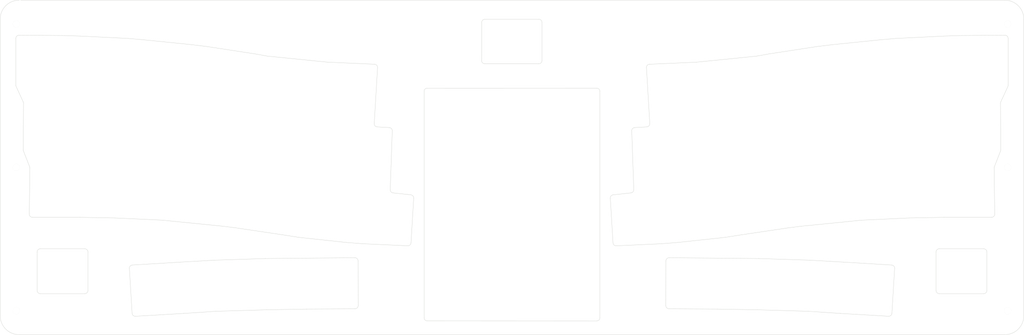
<source format=kicad_pcb>
(kicad_pcb (version 20241229) (generator "pcbnew") (generator_version "9.0")
  (layers (0 "F.Cu" signal) (2 "B.Cu" signal) (13 "F.Paste" user) (15 "B.Paste" user) (5 "F.SilkS" user "F.Silkscreen") (7 "B.SilkS" user "B.Silkscreen") (1 "F.Mask" user) (3 "B.Mask" user) (25 "Edge.Cuts" user))
  (net 0 "")
  (footprint "kbd_Hole:m2_Screw_Hole_EdgeCuts" (layer "F.Cu") (at 30.15 80.6)
    (property "Reference" "J3" (hide yes))
    (property "Value" "Conn_01x01" (hide yes))
    (fp_circle (center 0 0) (end 1.1 0) (stroke (width 0.01)) (fill no) (layer "Edge.Cuts"))
  )
  (footprint "kbd_Hole:m2_Screw_Hole_EdgeCuts" (layer "F.Cu") (at 30.15 125.7)
    (property "Reference" "J4" (hide yes))
    (property "Value" "Conn_01x01" (hide yes))
    (fp_circle (center 0 0) (end 1.1 0) (stroke (width 0.01)) (fill no) (layer "Edge.Cuts"))
  )
  (footprint "kbd_Hole:m2_Screw_Hole_EdgeCuts" (layer "F.Cu") (at 341.9 35.5)
    (property "Reference" "J5" (hide yes))
    (property "Value" "Conn_01x01" (hide yes))
    (fp_circle (center 0 0) (end 1.1 0) (stroke (width 0.01)) (fill no) (layer "Edge.Cuts"))
  )
  (footprint "kbd_Hole:m2_Screw_Hole_EdgeCuts" (layer "F.Cu") (at 341.9 125.7)
    (property "Reference" "J7" (hide yes))
    (property "Value" "Conn_01x01" (hide yes))
    (fp_circle (center 0 0) (end 1.1 0) (stroke (width 0.01)) (fill no) (layer "Edge.Cuts"))
  )
  (footprint "kbd_Hole:m2_Screw_Hole_EdgeCuts" (layer "F.Cu") (at 341.9 80.6)
    (property "Reference" "J3" (hide yes))
    (property "Value" "Conn_01x01" (hide yes))
    (fp_circle (center 0 0) (end 1.1 0) (stroke (width 0.01)) (fill no) (layer "Edge.Cuts"))
  )
  (footprint "kbd_Hole:m2_Screw_Hole_EdgeCuts" (layer "F.Cu") (at 30.15 35.5)
    (property "Reference" "Ref**" (hide yes))
    (property "Value" "Val**" (hide yes))
    (fp_circle (center 0 0) (end 1.1 0) (stroke (width 0.01)) (fill no) (layer "Edge.Cuts"))
  )
  (gr_arc (start 319.381389 107.2) (mid 319.674282 106.492889) (end 320.381389 106.2) (stroke (width 0.1)) (layer "Edge.Cuts"))
  (gr_line (start 341.957959 55.199421) (end 339.743503 59.99741) (stroke (width 0.1)) (layer "Edge.Cuts"))
  (gr_arc (start 159.378163 128.872885) (mid 158.671362 128.579825) (end 158.378636 127.872885) (stroke (width 0.1)) (layer "Edge.Cuts"))
  (gr_line (start 253.05 102.6) (end 238.15 104.2) (stroke (width 0.1)) (layer "Edge.Cuts"))
  (gr_line (start 229.354686 66.798366) (end 228.30927 49.211309) (stroke (width 0.1)) (layer "Edge.Cuts"))
  (gr_arc (start 195.45714 46.993984) (mid 195.164255 47.701115) (end 194.45714 47.993984) (stroke (width 0.1)) (layer "Edge.Cuts"))
  (gr_line (start 45.4 39.131883) (end 31.008564 39.008637) (stroke (width 0.1)) (layer "Edge.Cuts"))
  (gr_arc (start 37.668611 120.3) (mid 36.961504 120.007107) (end 36.668611 119.3) (stroke (width 0.1)) (layer "Edge.Cuts"))
  (gr_line (start 337.652486 80.795146) (end 337.837099 95.287262) (stroke (width 0.1)) (layer "Edge.Cuts"))
  (gr_arc (start 250.629368 125.15895) (mid 250.635103 125.159001) (end 250.640837 125.159085) (stroke (width 0.1)) (layer "Edge.Cuts"))
  (gr_line (start 335.381389 107.2) (end 335.381389 119.3) (stroke (width 0.1)) (layer "Edge.Cuts"))
  (gr_line (start 67.601326 127.411235) (end 82.721856 126.527368) (stroke (width 0.1)) (layer "Edge.Cuts"))
  (gr_line (start 65.688799 112.360259) (end 66.544805 126.473481) (stroke (width 0.1)) (layer "Edge.Cuts"))
  (gr_line (start 262.95 45.6) (end 266.85 44.9) (stroke (width 0.1)) (layer "Edge.Cuts"))
  (gr_arc (start 305.423438 111.301543) (mid 306.111621 111.636652) (end 306.361201 112.360259) (stroke (width 0.1)) (layer "Edge.Cuts"))
  (gr_line (start 177.509992 33.993984) (end 194.45714 33.993984) (stroke (width 0.1)) (layer "Edge.Cuts"))
  (gr_arc (start 81.668191 110.391326) (mid 81.669922 110.391223) (end 81.671653 110.391122) (stroke (width 0.1)) (layer "Edge.Cuts"))
  (gr_line (start 85.3 42) (end 70.4 40.486829) (stroke (width 0.1)) (layer "Edge.Cuts"))
  (gr_line (start 224.323234 87.589196) (end 223.683405 69.102367) (stroke (width 0.1)) (layer "Edge.Cuts"))
  (gr_arc (start 136.607187 109.006767) (mid 137.319426 109.295871) (end 137.616081 110.005002) (stroke (width 0.1)) (layer "Edge.Cuts"))
  (gr_line (start 279.184512 125.849939) (end 263.141323 125.377891) (stroke (width 0.1)) (layer "Edge.Cuts"))
  (gr_line (start 65.3 40.038663) (end 50.3 39.3) (stroke (width 0.1)) (layer "Edge.Cuts"))
  (gr_arc (start 234.433919 110.005002) (mid 234.73057 109.29587) (end 235.442813 109.006767) (stroke (width 0.1)) (layer "Edge.Cuts"))
  (gr_line (start 334.381389 120.3) (end 320.381389 120.3) (stroke (width 0.1)) (layer "Edge.Cuts"))
  (gr_line (start 142.786627 48.155162) (end 128 47.5) (stroke (width 0.1)) (layer "Edge.Cuts"))
  (gr_arc (start 339.651485 60.423121) (mid 339.674031 60.205195) (end 339.743503 59.99741) (stroke (width 0.1)) (layer "Edge.Cuts"))
  (gr_line (start 217.787543 104.319422) (end 216.942762 90.275675) (stroke (width 0.1)) (layer "Edge.Cuts"))
  (gr_arc (start 279.184512 125.849939) (mid 279.203168 125.850662) (end 279.221808 125.851734) (stroke (width 0.1)) (layer "Edge.Cuts"))
  (gr_arc (start 263.598638 109.257264) (mid 263.610479 109.257439) (end 263.622317 109.257755) (stroke (width 0.1)) (layer "Edge.Cuts"))
  (gr_line (start 142.695314 66.798366) (end 143.74073 49.211309) (stroke (width 0.1)) (layer "Edge.Cuts"))
  (gr_arc (start 34.328928 80.418239) (mid 34.381432 80.603378) (end 34.397514 80.795146) (stroke (width 0.1)) (layer "Edge.Cuts"))
  (gr_line (start 306.361201 112.360259) (end 305.505195 126.473481) (stroke (width 0.1)) (layer "Edge.Cuts"))
  (gr_line (start 339.651485 60.423121) (end 339.748722 75.037426) (stroke (width 0.1)) (layer "Edge.Cuts"))
  (gr_line (start 279.698382 109.782006) (end 290.378347 110.391122) (stroke (width 0.1)) (layer "Edge.Cuts"))
  (gr_arc (start 30 40.008601) (mid 30.295927 39.298472) (end 31.008564 39.008637) (stroke (width 0.1)) (layer "Edge.Cuts"))
  (gr_line (start 195.45714 34.993984) (end 195.45714 46.993984) (stroke (width 0.1)) (layer "Edge.Cuts"))
  (gr_arc (start 218.831524 105.254798) (mid 218.118216 105.000647) (end 217.787543 104.319422) (stroke (width 0.1)) (layer "Edge.Cuts"))
  (gr_line (start 108.920593 125.377612) (end 121.409163 125.159085) (stroke (width 0.1)) (layer "Edge.Cuts"))
  (gr_line (start 31.5 28) (end 341 28) (stroke (width 0.1)) (layer "Edge.Cuts"))
  (gr_line (start 159.38218 55.682235) (end 212.6732 55.667538) (stroke (width 0.1)) (layer "Edge.Cuts"))
  (gr_arc (start 347 127.2) (mid 345.242641 131.442641) (end 341 133.2) (stroke (width 0.1)) (layer "Edge.Cuts"))
  (gr_arc (start 212.6732 55.667538) (mid 213.380289 55.960437) (end 213.6732 56.667538) (stroke (width 0.1)) (layer "Edge.Cuts"))
  (gr_line (start 61.1 96.5) (end 76.2 97.2) (stroke (width 0.1)) (layer "Edge.Cuts"))
  (gr_arc (start 67.601326 127.411235) (mid 66.879151 127.160832) (end 66.544805 126.473481) (stroke (width 0.1)) (layer "Edge.Cuts"))
  (gr_arc (start 92.351618 109.782006) (mid 92.363798 109.781387) (end 92.375984 109.780915) (stroke (width 0.1)) (layer "Edge.Cuts"))
  (gr_line (start 213.6732 56.667538) (end 213.6732 127.882947) (stroke (width 0.1)) (layer "Edge.Cuts"))
  (gr_arc (start 235.403638 125.067199) (mid 234.699839 124.771568) (end 234.409666 124.065492) (stroke (width 0.1)) (layer "Edge.Cuts"))
  (gr_line (start 139 104.6) (end 153.218476 105.254798) (stroke (width 0.1)) (layer "Edge.Cuts"))
  (gr_arc (start 337.837099 95.287262) (mid 337.548775 96.002582) (end 336.83718 96.3) (stroke (width 0.1)) (layer "Edge.Cuts"))
  (gr_arc (start 154.216762 89.221449) (mid 154.872927 89.570384) (end 155.107238 90.275675) (stroke (width 0.1)) (layer "Edge.Cuts"))
  (gr_line (start 37.668611 120.3) (end 51.668611 120.3) (stroke (width 0.1)) (layer "Edge.Cuts"))
  (gr_arc (start 32.369923 75.408248) (mid 32.317965 75.226101) (end 32.301278 75.037426) (stroke (width 0.1)) (layer "Edge.Cuts"))
  (gr_line (start 147.423426 68.06936) (end 143.63732 67.856121) (stroke (width 0.1)) (layer "Edge.Cuts"))
  (gr_arc (start 35.21282 96.3) (mid 34.501211 96.002596) (end 34.212901 95.287262) (stroke (width 0.1)) (layer "Edge.Cuts"))
  (gr_line (start 281.85 42.6) (end 286.75 42) (stroke (width 0.1)) (layer "Edge.Cuts"))
  (gr_arc (start 147.423426 68.06936) (mid 148.105696 68.393509) (end 148.366595 69.102367) (stroke (width 0.1)) (layer "Edge.Cuts"))
  (gr_line (start 37.668611 106.2) (end 51.668611 106.2) (stroke (width 0.1)) (layer "Edge.Cuts"))
  (gr_line (start 109.1 45.6) (end 105.2 44.9) (stroke (width 0.1)) (layer "Edge.Cuts"))
  (gr_line (start 99.1 99.6) (end 113.9 101.8) (stroke (width 0.1)) (layer "Edge.Cuts"))
  (gr_line (start 319.381389 119.3) (end 319.381389 107.2) (stroke (width 0.1)) (layer "Edge.Cuts"))
  (gr_line (start 326.65 39.131883) (end 341.041436 39.008637) (stroke (width 0.1)) (layer "Edge.Cuts"))
  (gr_arc (start 142.786627 48.155162) (mid 143.4844 48.483825) (end 143.74073 49.211309) (stroke (width 0.1)) (layer "Edge.Cuts"))
  (gr_line (start 289.319792 126.526845) (end 279.221808 125.851734) (stroke (width 0.1)) (layer "Edge.Cuts"))
  (gr_line (start 295.85 97.2) (end 291.95 97.6) (stroke (width 0.1)) (layer "Edge.Cuts"))
  (gr_arc (start 335.381389 119.3) (mid 335.088495 120.007103) (end 334.381389 120.3) (stroke (width 0.1)) (layer "Edge.Cuts"))
  (gr_line (start 290.381809 110.391326) (end 305.423438 111.301543) (stroke (width 0.1)) (layer "Edge.Cuts"))
  (gr_line (start 113.9 101.8) (end 119 102.6) (stroke (width 0.1)) (layer "Edge.Cuts"))
  (gr_line (start 234.409666 124.065492) (end 234.433919 110.005002) (stroke (width 0.1)) (layer "Edge.Cuts"))
  (gr_line (start 159.378163 128.872885) (end 212.672736 128.897644) (stroke (width 0.1)) (layer "Edge.Cuts"))
  (gr_arc (start 216.942762 90.275675) (mid 217.177005 89.570346) (end 217.833238 89.221449) (stroke (width 0.1)) (layer "Edge.Cuts"))
  (gr_line (start 128 47.5) (end 124 47.1) (stroke (width 0.1)) (layer "Edge.Cuts"))
  (gr_line (start 238.15 104.2) (end 233.05 104.6) (stroke (width 0.1)) (layer "Edge.Cuts"))
  (gr_line (start 266.85 44.9) (end 281.85 42.6) (stroke (width 0.1)) (layer "Edge.Cuts"))
  (gr_line (start 233.05 104.6) (end 218.831524 105.254798) (stroke (width 0.1)) (layer "Edge.Cuts"))
  (gr_line (start 92.351618 109.782006) (end 81.671653 110.391122) (stroke (width 0.1)) (layer "Edge.Cuts"))
  (gr_line (start 301.65 40.486829) (end 306.75 40.038663) (stroke (width 0.1)) (layer "Edge.Cuts"))
  (gr_arc (start 339.748722 75.037426) (mid 339.732033 75.226102) (end 339.680077 75.408248) (stroke (width 0.1)) (layer "Edge.Cuts"))
  (gr_line (start 347 127.2) (end 347 34) (stroke (width 0.1)) (layer "Edge.Cuts"))
  (gr_line (start 136.607187 109.006767) (end 108.451362 109.257264) (stroke (width 0.1)) (layer "Edge.Cuts"))
  (gr_arc (start 305.505195 126.473481) (mid 305.170841 127.160824) (end 304.448674 127.411235) (stroke (width 0.1)) (layer "Edge.Cuts"))
  (gr_line (start 108.427683 109.257755) (end 92.375984 109.780915) (stroke (width 0.1)) (layer "Edge.Cuts"))
  (gr_arc (start 65.688799 112.360259) (mid 65.938383 111.636643) (end 66.626562 111.301543) (stroke (width 0.1)) (layer "Edge.Cuts"))
  (gr_arc (start 224.323234 87.589196) (mid 224.07938 88.279117) (end 223.430976 88.618263) (stroke (width 0.1)) (layer "Edge.Cuts"))
  (gr_line (start 31.05 133.2) (end 341 133.2) (stroke (width 0.1)) (layer "Edge.Cuts"))
  (gr_arc (start 32.306497 59.99741) (mid 32.375962 60.205195) (end 32.398515 60.423121) (stroke (width 0.1)) (layer "Edge.Cuts"))
  (gr_line (start 81.668191 110.391326) (end 66.626562 111.301543) (stroke (width 0.1)) (layer "Edge.Cuts"))
  (gr_arc (start 229.354686 66.798366) (mid 229.103235 67.522781) (end 228.41268 67.856121) (stroke (width 0.1)) (layer "Edge.Cuts"))
  (gr_arc (start 51.668611 106.2) (mid 52.375711 106.492897) (end 52.668611 107.2) (stroke (width 0.1)) (layer "Edge.Cuts"))
  (gr_line (start 99.1 99.6) (end 95.1 99.1) (stroke (width 0.1)) (layer "Edge.Cuts"))
  (gr_line (start 291.95 97.6) (end 276.95 99.1) (stroke (width 0.1)) (layer "Edge.Cuts"))
  (gr_line (start 76.2 97.2) (end 80.1 97.6) (stroke (width 0.1)) (layer "Edge.Cuts"))
  (gr_line (start 121.420632 125.15895) (end 136.646362 125.067199) (stroke (width 0.1)) (layer "Edge.Cuts"))
  (gr_arc (start 228.30927 49.211309) (mid 228.565567 48.483823) (end 229.263373 48.155162) (stroke (width 0.1)) (layer "Edge.Cuts"))
  (gr_arc (start 121.409163 125.159085) (mid 121.414897 125.159001) (end 121.420632 125.15895) (stroke (width 0.1)) (layer "Edge.Cuts"))
  (gr_line (start 30.092041 55.199421) (end 32.306497 59.99741) (stroke (width 0.1)) (layer "Edge.Cuts"))
  (gr_arc (start 137.640334 124.065492) (mid 137.350178 124.771578) (end 136.646362 125.067199) (stroke (width 0.1)) (layer "Edge.Cuts"))
  (gr_line (start 304.448674 127.411235) (end 289.328144 126.527368) (stroke (width 0.1)) (layer "Edge.Cuts"))
  (gr_line (start 154.262457 104.319422) (end 155.107238 90.275675) (stroke (width 0.1)) (layer "Edge.Cuts"))
  (gr_arc (start 148.619024 88.618263) (mid 147.970633 88.279106) (end 147.726766 87.589196) (stroke (width 0.1)) (layer "Edge.Cuts"))
  (gr_arc (start 108.427683 109.257755) (mid 108.439521 109.257439) (end 108.451362 109.257264) (stroke (width 0.1)) (layer "Edge.Cuts"))
  (gr_line (start 342.05 40.008601) (end 342.05 54.780363) (stroke (width 0.1)) (layer "Edge.Cuts"))
  (gr_line (start 92.865488 125.849939) (end 108.908677 125.377891) (stroke (width 0.1)) (layer "Edge.Cuts"))
  (gr_arc (start 30.092041 55.199421) (mid 30.023289 54.994885) (end 30 54.780363) (stroke (width 0.1)) (layer "Edge.Cuts"))
  (gr_arc (start 320.381389 120.3) (mid 319.674289 120.007103) (end 319.381389 119.3) (stroke (width 0.1)) (layer "Edge.Cuts"))
  (gr_arc (start 342.05 54.780363) (mid 342.026712 54.994885) (end 341.957959 55.199421) (stroke (width 0.1)) (layer "Edge.Cuts"))
  (gr_line (start 244.05 47.5) (end 248.05 47.1) (stroke (width 0.1)) (layer "Edge.Cuts"))
  (gr_arc (start 82.730208 126.526845) (mid 82.726033 126.527115) (end 82.721856 126.527368) (stroke (width 0.1)) (layer "Edge.Cuts"))
  (gr_arc (start 158.378636 56.667532) (mid 158.672774 55.959165) (end 159.38218 55.667538) (stroke (width 0.1)) (layer "Edge.Cuts"))
  (gr_arc (start 92.828192 125.851734) (mid 92.846832 125.850662) (end 92.865488 125.849939) (stroke (width 0.1)) (layer "Edge.Cuts"))
  (gr_line (start 176.509998 34.99052) (end 176.468435 46.99052) (stroke (width 0.1)) (layer "Edge.Cuts"))
  (gr_line (start 82.730208 126.526845) (end 92.828192 125.851734) (stroke (width 0.1)) (layer "Edge.Cuts"))
  (gr_line (start 258.15 101.8) (end 253.05 102.6) (stroke (width 0.1)) (layer "Edge.Cuts"))
  (gr_line (start 306.75 40.038663) (end 321.75 39.3) (stroke (width 0.1)) (layer "Edge.Cuts"))
  (gr_line (start 334.381389 106.2) (end 320.381389 106.2) (stroke (width 0.1)) (layer "Edge.Cuts"))
  (gr_line (start 250.629368 125.15895) (end 235.403638 125.067199) (stroke (width 0.1)) (layer "Edge.Cuts"))
  (gr_line (start 263.622317 109.257755) (end 279.674016 109.780915) (stroke (width 0.1)) (layer "Edge.Cuts"))
  (gr_arc (start 263.129407 125.377612) (mid 263.135365 125.377733) (end 263.141323 125.377891) (stroke (width 0.1)) (layer "Edge.Cuts"))
  (gr_line (start 248.05 47.1) (end 262.95 45.6) (stroke (width 0.1)) (layer "Edge.Cuts"))
  (gr_arc (start 223.683405 69.102367) (mid 223.94432 68.393497) (end 224.626574 68.06936) (stroke (width 0.1)) (layer "Edge.Cuts"))
  (gr_line (start 70.4 40.486829) (end 65.3 40.038663) (stroke (width 0.1)) (layer "Edge.Cuts"))
  (gr_line (start 336.83718 96.3) (end 321.85 96.3) (stroke (width 0.1)) (layer "Edge.Cuts"))
  (gr_line (start 124 47.1) (end 109.1 45.6) (stroke (width 0.1)) (layer "Edge.Cuts"))
  (gr_line (start 34.397514 80.795146) (end 34.212901 95.287262) (stroke (width 0.1)) (layer "Edge.Cuts"))
  (gr_line (start 50.3 39.3) (end 45.4 39.131883) (stroke (width 0.1)) (layer "Edge.Cuts"))
  (gr_arc (start 177.468429 47.993984) (mid 176.760099 47.699865) (end 176.468435 46.99052) (stroke (width 0.1)) (layer "Edge.Cuts"))
  (gr_line (start 272.95 99.6) (end 276.95 99.1) (stroke (width 0.1)) (layer "Edge.Cuts"))
  (gr_arc (start 337.652486 80.795146) (mid 337.668563 80.603378) (end 337.721072 80.418239) (stroke (width 0.1)) (layer "Edge.Cuts"))
  (gr_arc (start 31.05 133.2) (mid 26.807359 131.442641) (end 25.05 127.2) (stroke (width 0.1)) (layer "Edge.Cuts"))
  (gr_line (start 224.626574 68.06936) (end 228.41268 67.856121) (stroke (width 0.1)) (layer "Edge.Cuts"))
  (gr_line (start 263.129407 125.377612) (end 250.640837 125.159085) (stroke (width 0.1)) (layer "Edge.Cuts"))
  (gr_arc (start 334.381389 106.2) (mid 335.088503 106.492889) (end 335.381389 107.2) (stroke (width 0.1)) (layer "Edge.Cuts"))
  (gr_arc (start 194.45714 33.993984) (mid 195.164247 34.286877) (end 195.45714 34.993984) (stroke (width 0.1)) (layer "Edge.Cuts"))
  (gr_line (start 30 40.008601) (end 30 54.780363) (stroke (width 0.1)) (layer "Edge.Cuts"))
  (gr_arc (start 176.509998 34.99052) (mid 176.804116 34.285661) (end 177.509992 33.993984) (stroke (width 0.1)) (layer "Edge.Cuts"))
  (gr_arc (start 341.041436 39.008637) (mid 341.754073 39.298472) (end 342.05 40.008601) (stroke (width 0.1)) (layer "Edge.Cuts"))
  (gr_arc (start 289.328144 126.527368) (mid 289.323967 126.527115) (end 289.319792 126.526845) (stroke (width 0.1)) (layer "Edge.Cuts"))
  (gr_line (start 80.1 97.6) (end 95.1 99.1) (stroke (width 0.1)) (layer "Edge.Cuts"))
  (gr_arc (start 341 28) (mid 345.242641 29.757359) (end 347 34) (stroke (width 0.1)) (layer "Edge.Cuts"))
  (gr_line (start 286.75 42) (end 301.65 40.486829) (stroke (width 0.1)) (layer "Edge.Cuts"))
  (gr_arc (start 154.262457 104.319422) (mid 153.931796 105.000661) (end 153.218476 105.254798) (stroke (width 0.1)) (layer "Edge.Cuts"))
  (gr_line (start 158.378636 56.667532) (end 158.378636 127.872885) (stroke (width 0.1)) (layer "Edge.Cuts"))
  (gr_line (start 321.75 39.3) (end 326.65 39.131883) (stroke (width 0.1)) (layer "Edge.Cuts"))
  (gr_arc (start 52.668611 119.3) (mid 52.375718 120.007111) (end 51.668611 120.3) (stroke (width 0.1)) (layer "Edge.Cuts"))
  (gr_line (start 61.1 96.5) (end 50.2 96.3) (stroke (width 0.1)) (layer "Edge.Cuts"))
  (gr_line (start 339.680077 75.408248) (end 337.721072 80.418239) (stroke (width 0.1)) (layer "Edge.Cuts"))
  (gr_arc (start 290.378347 110.391122) (mid 290.380078 110.391223) (end 290.381809 110.391326) (stroke (width 0.1)) (layer "Edge.Cuts"))
  (gr_arc (start 279.674016 109.780915) (mid 279.686202 109.781387) (end 279.698382 109.782006) (stroke (width 0.1)) (layer "Edge.Cuts"))
  (gr_line (start 32.369923 75.408248) (end 34.328928 80.418239) (stroke (width 0.1)) (layer "Edge.Cuts"))
  (gr_line (start 52.668611 119.3) (end 52.668611 107.2) (stroke (width 0.1)) (layer "Edge.Cuts"))
  (gr_arc (start 143.63732 67.856121) (mid 142.946771 67.522779) (end 142.695314 66.798366) (stroke (width 0.1)) (layer "Edge.Cuts"))
  (gr_line (start 310.95 96.5) (end 321.85 96.3) (stroke (width 0.1)) (layer "Edge.Cuts"))
  (gr_line (start 229.263373 48.155162) (end 244.05 47.5) (stroke (width 0.1)) (layer "Edge.Cuts"))
  (gr_line (start 133.9 104.2) (end 139 104.6) (stroke (width 0.1)) (layer "Edge.Cuts"))
  (gr_line (start 32.398515 60.423121) (end 32.301278 75.037426) (stroke (width 0.1)) (layer "Edge.Cuts"))
  (gr_line (start 235.442813 109.006767) (end 263.598638 109.257264) (stroke (width 0.1)) (layer "Edge.Cuts"))
  (gr_line (start 154.216762 89.221449) (end 148.619024 88.618263) (stroke (width 0.1)) (layer "Edge.Cuts"))
  (gr_line (start 217.833238 89.221449) (end 223.430976 88.618263) (stroke (width 0.1)) (layer "Edge.Cuts"))
  (gr_line (start 35.21282 96.3) (end 50.2 96.3) (stroke (width 0.1)) (layer "Edge.Cuts"))
  (gr_arc (start 25.05 34) (mid 26.807359 29.757359) (end 31.05 28) (stroke (width 0.1)) (layer "Edge.Cuts"))
  (gr_arc (start 36.668611 107.2) (mid 36.961504 106.492893) (end 37.668611 106.2) (stroke (width 0.1)) (layer "Edge.Cuts"))
  (gr_line (start 105.2 44.9) (end 90.2 42.6) (stroke (width 0.1)) (layer "Edge.Cuts"))
  (gr_arc (start 213.6732 127.882947) (mid 213.38014 128.590221) (end 212.672727 128.882947) (stroke (width 0.1)) (layer "Edge.Cuts"))
  (gr_line (start 36.668611 107.2) (end 36.668611 119.3) (stroke (width 0.1)) (layer "Edge.Cuts"))
  (gr_line (start 90.2 42.6) (end 85.3 42) (stroke (width 0.1)) (layer "Edge.Cuts"))
  (gr_line (start 272.95 99.6) (end 258.15 101.8) (stroke (width 0.1)) (layer "Edge.Cuts"))
  (gr_arc (start 108.908677 125.377891) (mid 108.914635 125.377733) (end 108.920593 125.377612) (stroke (width 0.1)) (layer "Edge.Cuts"))
  (gr_line (start 137.640334 124.065492) (end 137.616081 110.005002) (stroke (width 0.1)) (layer "Edge.Cuts"))
  (gr_line (start 310.95 96.5) (end 295.85 97.2) (stroke (width 0.1)) (layer "Edge.Cuts"))
  (gr_line (start 147.726766 87.589196) (end 148.366595 69.102367) (stroke (width 0.1)) (layer "Edge.Cuts"))
  (gr_line (start 119 102.6) (end 133.9 104.2) (stroke (width 0.1)) (layer "Edge.Cuts"))
  (gr_line (start 25.05 34) (end 25.05 127.2) (stroke (width 0.1)) (layer "Edge.Cuts"))
  (gr_line (start 177.468429 47.993984) (end 194.45714 47.993984) (stroke (width 0.1)) (layer "Edge.Cuts"))
)
</source>
